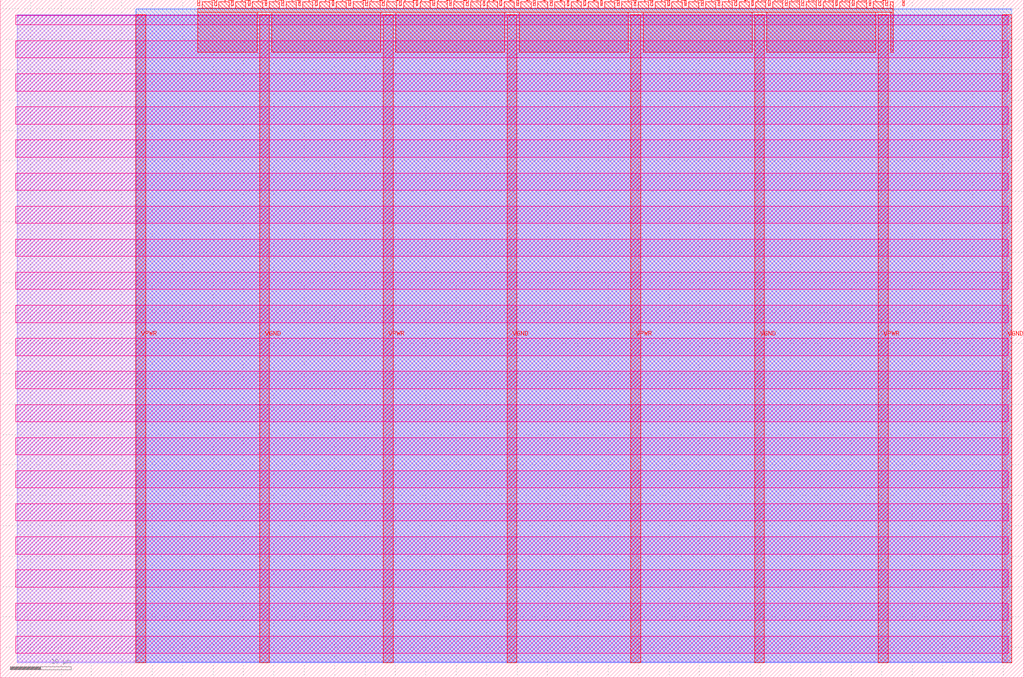
<source format=lef>
VERSION 5.7 ;
  NOWIREEXTENSIONATPIN ON ;
  DIVIDERCHAR "/" ;
  BUSBITCHARS "[]" ;
MACRO tt_um_wokwi_380490286828784641
  CLASS BLOCK ;
  FOREIGN tt_um_wokwi_380490286828784641 ;
  ORIGIN 0.000 0.000 ;
  SIZE 168.360 BY 111.520 ;
  PIN VGND
    DIRECTION INOUT ;
    USE GROUND ;
    PORT
      LAYER met4 ;
        RECT 42.670 2.480 44.270 109.040 ;
    END
    PORT
      LAYER met4 ;
        RECT 83.380 2.480 84.980 109.040 ;
    END
    PORT
      LAYER met4 ;
        RECT 124.090 2.480 125.690 109.040 ;
    END
    PORT
      LAYER met4 ;
        RECT 164.800 2.480 166.400 109.040 ;
    END
  END VGND
  PIN VPWR
    DIRECTION INOUT ;
    USE POWER ;
    PORT
      LAYER met4 ;
        RECT 22.315 2.480 23.915 109.040 ;
    END
    PORT
      LAYER met4 ;
        RECT 63.025 2.480 64.625 109.040 ;
    END
    PORT
      LAYER met4 ;
        RECT 103.735 2.480 105.335 109.040 ;
    END
    PORT
      LAYER met4 ;
        RECT 144.445 2.480 146.045 109.040 ;
    END
  END VPWR
  PIN clk
    DIRECTION INPUT ;
    USE SIGNAL ;
    ANTENNAGATEAREA 0.852000 ;
    PORT
      LAYER met4 ;
        RECT 145.670 110.520 145.970 111.520 ;
    END
  END clk
  PIN ena
    DIRECTION INPUT ;
    USE SIGNAL ;
    PORT
      LAYER met4 ;
        RECT 148.430 110.520 148.730 111.520 ;
    END
  END ena
  PIN rst_n
    DIRECTION INPUT ;
    USE SIGNAL ;
    ANTENNAGATEAREA 0.196500 ;
    PORT
      LAYER met4 ;
        RECT 142.910 110.520 143.210 111.520 ;
    END
  END rst_n
  PIN ui_in[0]
    DIRECTION INPUT ;
    USE SIGNAL ;
    PORT
      LAYER met4 ;
        RECT 140.150 110.520 140.450 111.520 ;
    END
  END ui_in[0]
  PIN ui_in[1]
    DIRECTION INPUT ;
    USE SIGNAL ;
    PORT
      LAYER met4 ;
        RECT 137.390 110.520 137.690 111.520 ;
    END
  END ui_in[1]
  PIN ui_in[2]
    DIRECTION INPUT ;
    USE SIGNAL ;
    PORT
      LAYER met4 ;
        RECT 134.630 110.520 134.930 111.520 ;
    END
  END ui_in[2]
  PIN ui_in[3]
    DIRECTION INPUT ;
    USE SIGNAL ;
    PORT
      LAYER met4 ;
        RECT 131.870 110.520 132.170 111.520 ;
    END
  END ui_in[3]
  PIN ui_in[4]
    DIRECTION INPUT ;
    USE SIGNAL ;
    PORT
      LAYER met4 ;
        RECT 129.110 110.520 129.410 111.520 ;
    END
  END ui_in[4]
  PIN ui_in[5]
    DIRECTION INPUT ;
    USE SIGNAL ;
    PORT
      LAYER met4 ;
        RECT 126.350 110.520 126.650 111.520 ;
    END
  END ui_in[5]
  PIN ui_in[6]
    DIRECTION INPUT ;
    USE SIGNAL ;
    PORT
      LAYER met4 ;
        RECT 123.590 110.520 123.890 111.520 ;
    END
  END ui_in[6]
  PIN ui_in[7]
    DIRECTION INPUT ;
    USE SIGNAL ;
    PORT
      LAYER met4 ;
        RECT 120.830 110.520 121.130 111.520 ;
    END
  END ui_in[7]
  PIN uio_in[0]
    DIRECTION INPUT ;
    USE SIGNAL ;
    PORT
      LAYER met4 ;
        RECT 118.070 110.520 118.370 111.520 ;
    END
  END uio_in[0]
  PIN uio_in[1]
    DIRECTION INPUT ;
    USE SIGNAL ;
    PORT
      LAYER met4 ;
        RECT 115.310 110.520 115.610 111.520 ;
    END
  END uio_in[1]
  PIN uio_in[2]
    DIRECTION INPUT ;
    USE SIGNAL ;
    PORT
      LAYER met4 ;
        RECT 112.550 110.520 112.850 111.520 ;
    END
  END uio_in[2]
  PIN uio_in[3]
    DIRECTION INPUT ;
    USE SIGNAL ;
    PORT
      LAYER met4 ;
        RECT 109.790 110.520 110.090 111.520 ;
    END
  END uio_in[3]
  PIN uio_in[4]
    DIRECTION INPUT ;
    USE SIGNAL ;
    PORT
      LAYER met4 ;
        RECT 107.030 110.520 107.330 111.520 ;
    END
  END uio_in[4]
  PIN uio_in[5]
    DIRECTION INPUT ;
    USE SIGNAL ;
    PORT
      LAYER met4 ;
        RECT 104.270 110.520 104.570 111.520 ;
    END
  END uio_in[5]
  PIN uio_in[6]
    DIRECTION INPUT ;
    USE SIGNAL ;
    PORT
      LAYER met4 ;
        RECT 101.510 110.520 101.810 111.520 ;
    END
  END uio_in[6]
  PIN uio_in[7]
    DIRECTION INPUT ;
    USE SIGNAL ;
    PORT
      LAYER met4 ;
        RECT 98.750 110.520 99.050 111.520 ;
    END
  END uio_in[7]
  PIN uio_oe[0]
    DIRECTION OUTPUT TRISTATE ;
    USE SIGNAL ;
    PORT
      LAYER met4 ;
        RECT 51.830 110.520 52.130 111.520 ;
    END
  END uio_oe[0]
  PIN uio_oe[1]
    DIRECTION OUTPUT TRISTATE ;
    USE SIGNAL ;
    PORT
      LAYER met4 ;
        RECT 49.070 110.520 49.370 111.520 ;
    END
  END uio_oe[1]
  PIN uio_oe[2]
    DIRECTION OUTPUT TRISTATE ;
    USE SIGNAL ;
    PORT
      LAYER met4 ;
        RECT 46.310 110.520 46.610 111.520 ;
    END
  END uio_oe[2]
  PIN uio_oe[3]
    DIRECTION OUTPUT TRISTATE ;
    USE SIGNAL ;
    PORT
      LAYER met4 ;
        RECT 43.550 110.520 43.850 111.520 ;
    END
  END uio_oe[3]
  PIN uio_oe[4]
    DIRECTION OUTPUT TRISTATE ;
    USE SIGNAL ;
    PORT
      LAYER met4 ;
        RECT 40.790 110.520 41.090 111.520 ;
    END
  END uio_oe[4]
  PIN uio_oe[5]
    DIRECTION OUTPUT TRISTATE ;
    USE SIGNAL ;
    PORT
      LAYER met4 ;
        RECT 38.030 110.520 38.330 111.520 ;
    END
  END uio_oe[5]
  PIN uio_oe[6]
    DIRECTION OUTPUT TRISTATE ;
    USE SIGNAL ;
    PORT
      LAYER met4 ;
        RECT 35.270 110.520 35.570 111.520 ;
    END
  END uio_oe[6]
  PIN uio_oe[7]
    DIRECTION OUTPUT TRISTATE ;
    USE SIGNAL ;
    PORT
      LAYER met4 ;
        RECT 32.510 110.520 32.810 111.520 ;
    END
  END uio_oe[7]
  PIN uio_out[0]
    DIRECTION OUTPUT TRISTATE ;
    USE SIGNAL ;
    PORT
      LAYER met4 ;
        RECT 73.910 110.520 74.210 111.520 ;
    END
  END uio_out[0]
  PIN uio_out[1]
    DIRECTION OUTPUT TRISTATE ;
    USE SIGNAL ;
    PORT
      LAYER met4 ;
        RECT 71.150 110.520 71.450 111.520 ;
    END
  END uio_out[1]
  PIN uio_out[2]
    DIRECTION OUTPUT TRISTATE ;
    USE SIGNAL ;
    PORT
      LAYER met4 ;
        RECT 68.390 110.520 68.690 111.520 ;
    END
  END uio_out[2]
  PIN uio_out[3]
    DIRECTION OUTPUT TRISTATE ;
    USE SIGNAL ;
    PORT
      LAYER met4 ;
        RECT 65.630 110.520 65.930 111.520 ;
    END
  END uio_out[3]
  PIN uio_out[4]
    DIRECTION OUTPUT TRISTATE ;
    USE SIGNAL ;
    PORT
      LAYER met4 ;
        RECT 62.870 110.520 63.170 111.520 ;
    END
  END uio_out[4]
  PIN uio_out[5]
    DIRECTION OUTPUT TRISTATE ;
    USE SIGNAL ;
    PORT
      LAYER met4 ;
        RECT 60.110 110.520 60.410 111.520 ;
    END
  END uio_out[5]
  PIN uio_out[6]
    DIRECTION OUTPUT TRISTATE ;
    USE SIGNAL ;
    PORT
      LAYER met4 ;
        RECT 57.350 110.520 57.650 111.520 ;
    END
  END uio_out[6]
  PIN uio_out[7]
    DIRECTION OUTPUT TRISTATE ;
    USE SIGNAL ;
    PORT
      LAYER met4 ;
        RECT 54.590 110.520 54.890 111.520 ;
    END
  END uio_out[7]
  PIN uo_out[0]
    DIRECTION OUTPUT TRISTATE ;
    USE SIGNAL ;
    ANTENNADIFFAREA 0.795200 ;
    PORT
      LAYER met4 ;
        RECT 95.990 110.520 96.290 111.520 ;
    END
  END uo_out[0]
  PIN uo_out[1]
    DIRECTION OUTPUT TRISTATE ;
    USE SIGNAL ;
    ANTENNADIFFAREA 0.445500 ;
    PORT
      LAYER met4 ;
        RECT 93.230 110.520 93.530 111.520 ;
    END
  END uo_out[1]
  PIN uo_out[2]
    DIRECTION OUTPUT TRISTATE ;
    USE SIGNAL ;
    ANTENNADIFFAREA 0.795200 ;
    PORT
      LAYER met4 ;
        RECT 90.470 110.520 90.770 111.520 ;
    END
  END uo_out[2]
  PIN uo_out[3]
    DIRECTION OUTPUT TRISTATE ;
    USE SIGNAL ;
    ANTENNADIFFAREA 0.445500 ;
    PORT
      LAYER met4 ;
        RECT 87.710 110.520 88.010 111.520 ;
    END
  END uo_out[3]
  PIN uo_out[4]
    DIRECTION OUTPUT TRISTATE ;
    USE SIGNAL ;
    ANTENNADIFFAREA 0.445500 ;
    PORT
      LAYER met4 ;
        RECT 84.950 110.520 85.250 111.520 ;
    END
  END uo_out[4]
  PIN uo_out[5]
    DIRECTION OUTPUT TRISTATE ;
    USE SIGNAL ;
    ANTENNADIFFAREA 0.795200 ;
    PORT
      LAYER met4 ;
        RECT 82.190 110.520 82.490 111.520 ;
    END
  END uo_out[5]
  PIN uo_out[6]
    DIRECTION OUTPUT TRISTATE ;
    USE SIGNAL ;
    ANTENNADIFFAREA 0.445500 ;
    PORT
      LAYER met4 ;
        RECT 79.430 110.520 79.730 111.520 ;
    END
  END uo_out[6]
  PIN uo_out[7]
    DIRECTION OUTPUT TRISTATE ;
    USE SIGNAL ;
    PORT
      LAYER met4 ;
        RECT 76.670 110.520 76.970 111.520 ;
    END
  END uo_out[7]
  OBS
      LAYER nwell ;
        RECT 2.570 107.385 165.790 108.990 ;
        RECT 2.570 101.945 165.790 104.775 ;
        RECT 2.570 96.505 165.790 99.335 ;
        RECT 2.570 91.065 165.790 93.895 ;
        RECT 2.570 85.625 165.790 88.455 ;
        RECT 2.570 80.185 165.790 83.015 ;
        RECT 2.570 74.745 165.790 77.575 ;
        RECT 2.570 69.305 165.790 72.135 ;
        RECT 2.570 63.865 165.790 66.695 ;
        RECT 2.570 58.425 165.790 61.255 ;
        RECT 2.570 52.985 165.790 55.815 ;
        RECT 2.570 47.545 165.790 50.375 ;
        RECT 2.570 42.105 165.790 44.935 ;
        RECT 2.570 36.665 165.790 39.495 ;
        RECT 2.570 31.225 165.790 34.055 ;
        RECT 2.570 25.785 165.790 28.615 ;
        RECT 2.570 20.345 165.790 23.175 ;
        RECT 2.570 14.905 165.790 17.735 ;
        RECT 2.570 9.465 165.790 12.295 ;
        RECT 2.570 4.025 165.790 6.855 ;
      LAYER li1 ;
        RECT 2.760 2.635 165.600 108.885 ;
      LAYER met1 ;
        RECT 2.760 2.480 166.400 109.040 ;
      LAYER met2 ;
        RECT 22.345 2.535 166.370 110.005 ;
      LAYER met3 ;
        RECT 22.325 2.555 166.390 109.985 ;
      LAYER met4 ;
        RECT 33.210 110.120 34.870 111.170 ;
        RECT 35.970 110.120 37.630 111.170 ;
        RECT 38.730 110.120 40.390 111.170 ;
        RECT 41.490 110.120 43.150 111.170 ;
        RECT 44.250 110.120 45.910 111.170 ;
        RECT 47.010 110.120 48.670 111.170 ;
        RECT 49.770 110.120 51.430 111.170 ;
        RECT 52.530 110.120 54.190 111.170 ;
        RECT 55.290 110.120 56.950 111.170 ;
        RECT 58.050 110.120 59.710 111.170 ;
        RECT 60.810 110.120 62.470 111.170 ;
        RECT 63.570 110.120 65.230 111.170 ;
        RECT 66.330 110.120 67.990 111.170 ;
        RECT 69.090 110.120 70.750 111.170 ;
        RECT 71.850 110.120 73.510 111.170 ;
        RECT 74.610 110.120 76.270 111.170 ;
        RECT 77.370 110.120 79.030 111.170 ;
        RECT 80.130 110.120 81.790 111.170 ;
        RECT 82.890 110.120 84.550 111.170 ;
        RECT 85.650 110.120 87.310 111.170 ;
        RECT 88.410 110.120 90.070 111.170 ;
        RECT 91.170 110.120 92.830 111.170 ;
        RECT 93.930 110.120 95.590 111.170 ;
        RECT 96.690 110.120 98.350 111.170 ;
        RECT 99.450 110.120 101.110 111.170 ;
        RECT 102.210 110.120 103.870 111.170 ;
        RECT 104.970 110.120 106.630 111.170 ;
        RECT 107.730 110.120 109.390 111.170 ;
        RECT 110.490 110.120 112.150 111.170 ;
        RECT 113.250 110.120 114.910 111.170 ;
        RECT 116.010 110.120 117.670 111.170 ;
        RECT 118.770 110.120 120.430 111.170 ;
        RECT 121.530 110.120 123.190 111.170 ;
        RECT 124.290 110.120 125.950 111.170 ;
        RECT 127.050 110.120 128.710 111.170 ;
        RECT 129.810 110.120 131.470 111.170 ;
        RECT 132.570 110.120 134.230 111.170 ;
        RECT 135.330 110.120 136.990 111.170 ;
        RECT 138.090 110.120 139.750 111.170 ;
        RECT 140.850 110.120 142.510 111.170 ;
        RECT 143.610 110.120 145.270 111.170 ;
        RECT 146.370 110.120 146.905 111.170 ;
        RECT 32.495 109.440 146.905 110.120 ;
        RECT 32.495 102.855 42.270 109.440 ;
        RECT 44.670 102.855 62.625 109.440 ;
        RECT 65.025 102.855 82.980 109.440 ;
        RECT 85.380 102.855 103.335 109.440 ;
        RECT 105.735 102.855 123.690 109.440 ;
        RECT 126.090 102.855 144.045 109.440 ;
        RECT 146.445 102.855 146.905 109.440 ;
  END
END tt_um_wokwi_380490286828784641
END LIBRARY


</source>
